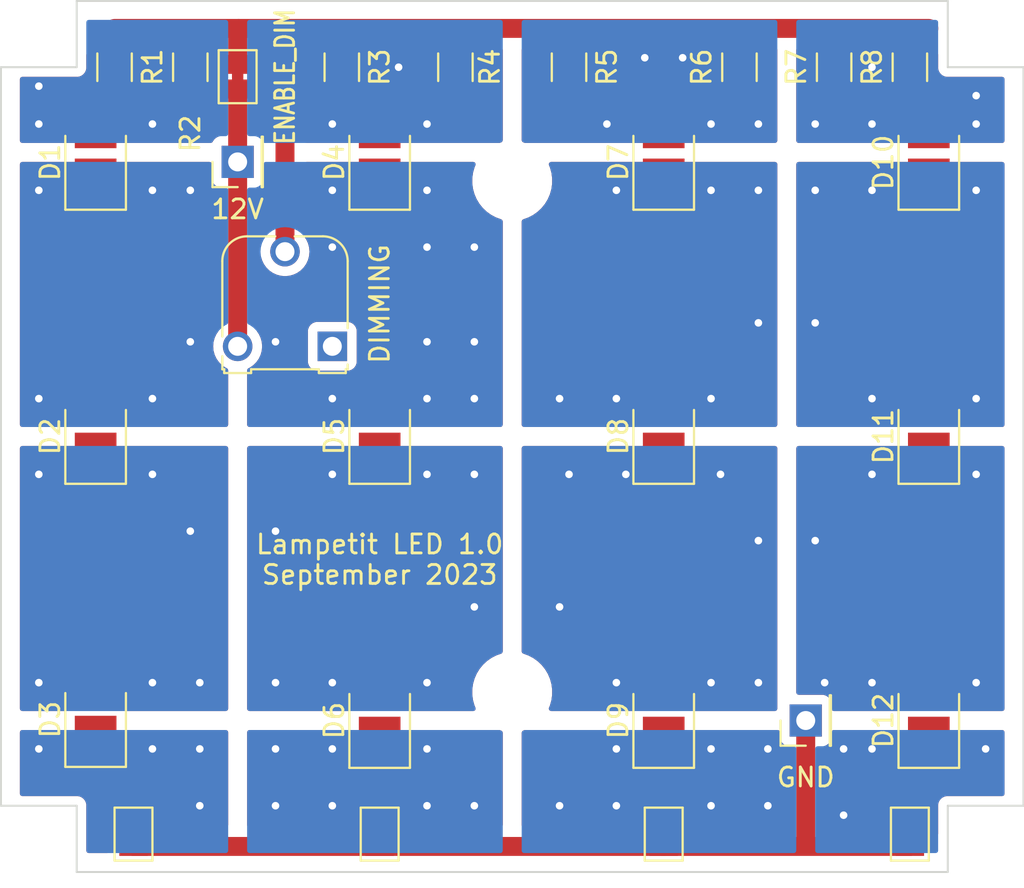
<source format=kicad_pcb>
(kicad_pcb (version 20211014) (generator pcbnew)
  (layers (0 "F.Cu" signal) (31 "B.Cu" signal) (34 "B.Paste" user) (35 "F.Paste" user) (36 "B.SilkS" user "B.Silkscreen") (37 "F.SilkS" user "F.Silkscreen") (38 "B.Mask" user) (39 "F.Mask" user) (44 "Edge.Cuts" user))
  (net 0 "")
  (net 1 "+12V")
  (net 2 "GND")
  (net 3 "Net-(JP1-Pad1)")
  (net 4 "/L1_1")
  (net 5 "/L1_2")
  (net 6 "/L2_2")
  (net 7 "/L1_3")
  (net 8 "/L2_1")
  (net 9 "/L2_3")
  (net 10 "/L3_1")
  (net 11 "/L3_2")
  (net 12 "/L3_3")
  (net 13 "/L4_1")
  (net 14 "/L4_2")
  (net 15 "/L4_3")
  (net 16 "/L1_0")
  (net 17 "/L2_0")
  (net 18 "/L3_0")
  (net 19 "/L4_0")
  (footprint "Potentiometer_THT:Potentiometer_Runtron_RM-065_Vertical" (layer "F.Cu") (at 119.1 69.04 180)
    (fp_text reference "RV1")
    (fp_text value "DIMMING" (at -2.5 2.24 90) (layer "F.SilkS"))
    (fp_line (start 4.29 -1.41) (end 5.71 -1.41) (layer "F.SilkS") (width 0.12))
    (fp_line (start 5.81 -1.21) (end 5.81 -0.52) (layer "F.SilkS") (width 0.12))
    (fp_line (start 0.71 -1.21) (end 0.71 -1.41) (layer "F.SilkS") (width 0.12))
    (fp_line (start 0.71 -1.21) (end 4.29 -1.21) (layer "F.SilkS") (width 0.12))
    (fp_line (start 5.71 -1.21) (end 5.81 -1.21) (layer "F.SilkS") (width 0.12))
    (fp_line (start -0.81 -1.21) (end -0.81 -0.96) (layer "F.SilkS") (width 0.12))
    (fp_line (start -0.71 -1.41) (end -0.71 -1.21) (layer "F.SilkS") (width 0.12))
    (fp_line (start -0.71 -1.21) (end -0.81 -1.21) (layer "F.SilkS") (width 0.12))
    (fp_line (start 5.71 -1.41) (end 5.71 -1.21) (layer "F.SilkS") (width 0.12))
    (fp_line (start 4.5 5.81) (end 3.01 5.81) (layer "F.SilkS") (width 0.12))
    (fp_line (start 5.81 0.52) (end 5.81 4.5) (layer "F.SilkS") (width 0.12))
    (fp_line (start -0.71 -1.41) (end 0.71 -1.41) (layer "F.SilkS") (width 0.12))
    (fp_line (start 4.29 -1.21) (end 4.29 -1.41) (layer "F.SilkS") (width 0.12))
    (fp_line (start -0.81 4.5) (end -0.81 0.96) (layer "F.SilkS") (width 0.12))
    (fp_line (start 1.99 5.81) (end 0.5 5.81) (layer "F.SilkS") (width 0.12))
    (fp_arc (start 0.5 5.81) (mid -0.42631 5.42631) (end -0.81 4.5) (layer "F.SilkS") (width 0.12))
    (fp_arc (start 5.81 4.5) (mid 5.42631 5.42631) (end 4.5 5.81) (layer "F.SilkS") (width 0.12))
    (pad "1" thru_hole rect (at 0 0 180) (size 1.56 1.56) (drill 1) (layers *.Cu *.Mask))
    (pad "2" thru_hole circle (at 2.5 5 180) (size 1.56 1.56) (drill 1) (layers *.Cu *.Mask) (net 3 "Net-(JP1-Pad1)"))
    (pad "3" thru_hole circle (at 5 0 180) (size 1.56 1.56) (drill 1) (layers *.Cu *.Mask) (net 1 "+12V"))
  )
  (footprint "Jumper:SolderJumper-2_P1.3mm_Bridged_Pad1.0x1.5mm" (layer "F.Cu") (at 121.6 94.8 -90)
    (fp_text reference "JP3")
    (fp_text value "LED2_D")
    (fp_poly (pts (xy -0.25 -0.3) (xy 0.25 -0.3) (xy 0.25 0.3) (xy -0.25 0.3)) (layer "F.Cu") (width 0) (fill solid))
    (fp_line (start -1.4 1) (end -1.4 -1) (layer "F.SilkS") (width 0.12))
    (fp_line (start 1.4 -1) (end 1.4 1) (layer "F.SilkS") (width 0.12))
    (fp_line (start 1.4 1) (end -1.4 1) (layer "F.SilkS") (width 0.12))
    (fp_line (start -1.4 -1) (end 1.4 -1) (layer "F.SilkS") (width 0.12))
    (pad "1" smd rect (at -0.65 0 270) (size 1 1.5) (layers "F.Cu" "F.Mask") (net 9 "/L2_3"))
    (pad "2" smd rect (at 0.65 0 270) (size 1 1.5) (layers "F.Cu" "F.Mask") (net 2 "GND"))
  )
  (footprint "Resistor_SMD:R_1206_3216Metric_Pad1.30x1.75mm_HandSolder" (layer "F.Cu") (at 131.6 54.3 -90)
    (fp_text reference "R5" (at 0 -2 90) (layer "F.SilkS"))
    (fp_text value "110")
    (fp_line (start -0.727064 -0.91) (end 0.727064 -0.91) (layer "F.SilkS") (width 0.12))
    (fp_line (start -0.727064 0.91) (end 0.727064 0.91) (layer "F.SilkS") (width 0.12))
    (pad "1" smd roundrect (at -1.55 0 270) (size 1.3 1.75) (layers "F.Cu" "F.Paste" "F.Mask") (roundrect_rratio 0.192308) (net 3 "Net-(JP1-Pad1)"))
    (pad "2" smd roundrect (at 1.55 0 270) (size 1.3 1.75) (layers "F.Cu" "F.Paste" "F.Mask") (roundrect_rratio 0.192308) (net 18 "/L3_0"))
  )
  (footprint "LED_SMD:LED_PLCC_2835_Handsoldering" (layer "F.Cu") (at 121.6 88.8 90)
    (fp_text reference "D6" (at 0 -2.4 90) (layer "F.SilkS"))
    (fp_text value "LED")
    (fp_line (start 1.4 1.6) (end -2.5 1.6) (layer "F.SilkS") (width 0.12))
    (fp_line (start -2.5 -1.6) (end -2.5 1.6) (layer "F.SilkS") (width 0.12))
    (fp_line (start 1.4 -1.6) (end -2.5 -1.6) (layer "F.SilkS") (width 0.12))
    (pad "1" smd rect (at -1.05 0 90) (size 2.5 2.2) (layers "F.Cu" "F.Paste" "F.Mask") (net 9 "/L2_3"))
    (pad "2" smd rect (at 1.525 0 90) (size 1.55 2.2) (layers "F.Cu" "F.Paste" "F.Mask") (net 6 "/L2_2"))
  )
  (footprint "MountingHole:MountingHole_3.2mm_M3" (layer "F.Cu") (at 128.6 60.3)
    (fp_text reference "REF**")
    (fp_text value "MountingHole_3.2mm_M3")
    (pad "" np_thru_hole circle (at 0 0) (size 3.2 3.2) (drill 3.2) (layers *.Cu *.Mask))
  )
  (footprint "Resistor_SMD:R_1206_3216Metric_Pad1.30x1.75mm_HandSolder" (layer "F.Cu") (at 145.6 54.3 -90)
    (fp_text reference "R7" (at 0 2 90) (layer "F.SilkS"))
    (fp_text value "110")
    (fp_line (start -0.727064 0.91) (end 0.727064 0.91) (layer "F.SilkS") (width 0.12))
    (fp_line (start -0.727064 -0.91) (end 0.727064 -0.91) (layer "F.SilkS") (width 0.12))
    (pad "1" smd roundrect (at -1.55 0 270) (size 1.3 1.75) (layers "F.Cu" "F.Paste" "F.Mask") (roundrect_rratio 0.192308) (net 3 "Net-(JP1-Pad1)"))
    (pad "2" smd roundrect (at 1.55 0 270) (size 1.3 1.75) (layers "F.Cu" "F.Paste" "F.Mask") (roundrect_rratio 0.192308) (net 19 "/L4_0"))
  )
  (footprint "Jumper:SolderJumper-2_P1.3mm_Bridged_Pad1.0x1.5mm" (layer "F.Cu") (at 108.6 94.8 -90)
    (fp_text reference "JP2")
    (fp_text value "LED1_D")
    (fp_poly (pts (xy -0.25 -0.3) (xy 0.25 -0.3) (xy 0.25 0.3) (xy -0.25 0.3)) (layer "F.Cu") (width 0) (fill solid))
    (fp_line (start -1.4 1) (end -1.4 -1) (layer "F.SilkS") (width 0.12))
    (fp_line (start -1.4 -1) (end 1.4 -1) (layer "F.SilkS") (width 0.12))
    (fp_line (start 1.4 1) (end -1.4 1) (layer "F.SilkS") (width 0.12))
    (fp_line (start 1.4 -1) (end 1.4 1) (layer "F.SilkS") (width 0.12))
    (pad "1" smd rect (at -0.65 0 270) (size 1 1.5) (layers "F.Cu" "F.Mask") (net 7 "/L1_3"))
    (pad "2" smd rect (at 0.65 0 270) (size 1 1.5) (layers "F.Cu" "F.Mask") (net 2 "GND"))
  )
  (footprint "LED_SMD:LED_PLCC_2835_Handsoldering" (layer "F.Cu") (at 150.6 73.8 90)
    (fp_text reference "D11" (at 0 -2.4 90) (layer "F.SilkS"))
    (fp_text value "LED")
    (fp_line (start 1.4 1.6) (end -2.5 1.6) (layer "F.SilkS") (width 0.12))
    (fp_line (start -2.5 -1.6) (end -2.5 1.6) (layer "F.SilkS") (width 0.12))
    (fp_line (start 1.4 -1.6) (end -2.5 -1.6) (layer "F.SilkS") (width 0.12))
    (pad "1" smd rect (at -1.05 0 90) (size 2.5 2.2) (layers "F.Cu" "F.Paste" "F.Mask") (net 14 "/L4_2"))
    (pad "2" smd rect (at 1.525 0 90) (size 1.55 2.2) (layers "F.Cu" "F.Paste" "F.Mask") (net 13 "/L4_1"))
  )
  (footprint "Resistor_SMD:R_1206_3216Metric_Pad1.30x1.75mm_HandSolder" (layer "F.Cu") (at 149.6 54.3 -90)
    (fp_text reference "R8" (at 0 2 90) (layer "F.SilkS"))
    (fp_text value "110")
    (fp_line (start -0.727064 0.91) (end 0.727064 0.91) (layer "F.SilkS") (width 0.12))
    (fp_line (start -0.727064 -0.91) (end 0.727064 -0.91) (layer "F.SilkS") (width 0.12))
    (pad "1" smd roundrect (at -1.55 0 270) (size 1.3 1.75) (layers "F.Cu" "F.Paste" "F.Mask") (roundrect_rratio 0.192308) (net 3 "Net-(JP1-Pad1)"))
    (pad "2" smd roundrect (at 1.55 0 270) (size 1.3 1.75) (layers "F.Cu" "F.Paste" "F.Mask") (roundrect_rratio 0.192308) (net 19 "/L4_0"))
  )
  (footprint "Resistor_SMD:R_1206_3216Metric_Pad1.30x1.75mm_HandSolder" (layer "F.Cu") (at 119.6 54.3 -90)
    (fp_text reference "R3" (at 0 -2 90) (layer "F.SilkS"))
    (fp_text value "110")
    (fp_line (start -0.727064 0.91) (end 0.727064 0.91) (layer "F.SilkS") (width 0.12))
    (fp_line (start -0.727064 -0.91) (end 0.727064 -0.91) (layer "F.SilkS") (width 0.12))
    (pad "1" smd roundrect (at -1.55 0 270) (size 1.3 1.75) (layers "F.Cu" "F.Paste" "F.Mask") (roundrect_rratio 0.192308) (net 3 "Net-(JP1-Pad1)"))
    (pad "2" smd roundrect (at 1.55 0 270) (size 1.3 1.75) (layers "F.Cu" "F.Paste" "F.Mask") (roundrect_rratio 0.192308) (net 17 "/L2_0"))
  )
  (footprint "LED_SMD:LED_PLCC_2835_Handsoldering" (layer "F.Cu") (at 121.6 59.325 90)
    (fp_text reference "D4" (at 0 -2.4 90) (layer "F.SilkS"))
    (fp_text value "LED")
    (fp_line (start 1.4 1.6) (end -2.5 1.6) (layer "F.SilkS") (width 0.12))
    (fp_line (start 1.4 -1.6) (end -2.5 -1.6) (layer "F.SilkS") (width 0.12))
    (fp_line (start -2.5 -1.6) (end -2.5 1.6) (layer "F.SilkS") (width 0.12))
    (pad "1" smd rect (at -1.05 0 90) (size 2.5 2.2) (layers "F.Cu" "F.Paste" "F.Mask") (net 8 "/L2_1"))
    (pad "2" smd rect (at 1.525 0 90) (size 1.55 2.2) (layers "F.Cu" "F.Paste" "F.Mask") (net 17 "/L2_0"))
  )
  (footprint "LED_SMD:LED_PLCC_2835_Handsoldering" (layer "F.Cu") (at 106.6 73.8 90)
    (fp_text reference "D2" (at 0 -2.4 90) (layer "F.SilkS"))
    (fp_text value "LED")
    (fp_line (start -2.5 -1.6) (end -2.5 1.6) (layer "F.SilkS") (width 0.12))
    (fp_line (start 1.4 -1.6) (end -2.5 -1.6) (layer "F.SilkS") (width 0.12))
    (fp_line (start 1.4 1.6) (end -2.5 1.6) (layer "F.SilkS") (width 0.12))
    (pad "1" smd rect (at -1.05 0 90) (size 2.5 2.2) (layers "F.Cu" "F.Paste" "F.Mask") (net 5 "/L1_2"))
    (pad "2" smd rect (at 1.525 0 90) (size 1.55 2.2) (layers "F.Cu" "F.Paste" "F.Mask") (net 4 "/L1_1"))
  )
  (footprint "LED_SMD:LED_PLCC_2835_Handsoldering" (layer "F.Cu") (at 121.6 73.8 90)
    (fp_text reference "D5" (at 0 -2.4 90) (layer "F.SilkS"))
    (fp_text value "LED")
    (fp_line (start 1.4 1.6) (end -2.5 1.6) (layer "F.SilkS") (width 0.12))
    (fp_line (start -2.5 -1.6) (end -2.5 1.6) (layer "F.SilkS") (width 0.12))
    (fp_line (start 1.4 -1.6) (end -2.5 -1.6) (layer "F.SilkS") (width 0.12))
    (pad "1" smd rect (at -1.05 0 90) (size 2.5 2.2) (layers "F.Cu" "F.Paste" "F.Mask") (net 6 "/L2_2"))
    (pad "2" smd rect (at 1.525 0 90) (size 1.55 2.2) (layers "F.Cu" "F.Paste" "F.Mask") (net 8 "/L2_1"))
  )
  (footprint "Jumper:SolderJumper-2_P1.3mm_Bridged_Pad1.0x1.5mm" (layer "F.Cu") (at 149.6 94.8 -90)
    (fp_text reference "JP5")
    (fp_text value "LED4_D")
    (fp_poly (pts (xy -0.25 -0.3) (xy 0.25 -0.3) (xy 0.25 0.3) (xy -0.25 0.3)) (layer "F.Cu") (width 0) (fill solid))
    (fp_line (start -1.4 1) (end -1.4 -1) (layer "F.SilkS") (width 0.12))
    (fp_line (start 1.4 1) (end -1.4 1) (layer "F.SilkS") (width 0.12))
    (fp_line (start -1.4 -1) (end 1.4 -1) (layer "F.SilkS") (width 0.12))
    (fp_line (start 1.4 -1) (end 1.4 1) (layer "F.SilkS") (width 0.12))
    (pad "1" smd rect (at -0.65 0 270) (size 1 1.5) (layers "F.Cu" "F.Mask") (net 15 "/L4_3"))
    (pad "2" smd rect (at 0.65 0 270) (size 1 1.5) (layers "F.Cu" "F.Mask") (net 2 "GND"))
  )
  (footprint "LED_SMD:LED_PLCC_2835_Handsoldering" (layer "F.Cu") (at 136.6 88.8 90)
    (fp_text reference "D9" (at 0 -2.4 90) (layer "F.SilkS"))
    (fp_text value "LED")
    (fp_line (start 1.4 -1.6) (end -2.5 -1.6) (layer "F.SilkS") (width 0.12))
    (fp_line (start 1.4 1.6) (end -2.5 1.6) (layer "F.SilkS") (width 0.12))
    (fp_line (start -2.5 -1.6) (end -2.5 1.6) (layer "F.SilkS") (width 0.12))
    (pad "1" smd rect (at -1.05 0 90) (size 2.5 2.2) (layers "F.Cu" "F.Paste" "F.Mask") (net 12 "/L3_3"))
    (pad "2" smd rect (at 1.525 0 90) (size 1.55 2.2) (layers "F.Cu" "F.Paste" "F.Mask") (net 11 "/L3_2"))
  )
  (footprint "Connector_PinHeader_2.54mm:PinHeader_1x01_P2.54mm_Vertical" (layer "F.Cu") (at 144.1 88.8 90)
    (fp_text reference "J2")
    (fp_text value "GND" (at -3 0 180) (layer "F.SilkS"))
    (fp_line (start -1.33 1.27) (end -1.33 1.33) (layer "F.SilkS") (width 0.12))
    (fp_line (start -1.33 0) (end -1.33 -1.33) (layer "F.SilkS") (width 0.12))
    (fp_line (start 1.33 1.27) (end 1.33 1.33) (layer "F.SilkS") (width 0.12))
    (fp_line (start -1.33 1.33) (end 1.33 1.33) (layer "F.SilkS") (width 0.12))
    (fp_line (start -1.33 1.27) (end 1.33 1.27) (layer "F.SilkS") (width 0.12))
    (fp_line (start -1.33 -1.33) (end 0 -1.33) (layer "F.SilkS") (width 0.12))
    (pad "1" thru_hole rect (at 0 0 90) (size 1.7 1.7) (drill 1) (layers *.Cu *.Mask) (net 2 "GND"))
  )
  (footprint "Connector_PinHeader_2.54mm:PinHeader_1x01_P2.54mm_Vertical" (layer "F.Cu") (at 114.1 59.3 90)
    (fp_text reference "J1")
    (fp_text value "12V" (at -2.5 0 180) (layer "F.SilkS"))
    (fp_line (start 1.33 1.27) (end 1.33 1.33) (layer "F.SilkS") (width 0.12))
    (fp_line (start -1.33 1.27) (end 1.33 1.27) (layer "F.SilkS") (width 0.12))
    (fp_line (start -1.33 1.33) (end 1.33 1.33) (layer "F.SilkS") (width 0.12))
    (fp_line (start -1.33 -1.33) (end 0 -1.33) (layer "F.SilkS") (width 0.12))
    (fp_line (start -1.33 0) (end -1.33 -1.33) (layer "F.SilkS") (width 0.12))
    (fp_line (start -1.33 1.27) (end -1.33 1.33) (layer "F.SilkS") (width 0.12))
    (pad "1" thru_hole rect (at 0 0 90) (size 1.7 1.7) (drill 1) (layers *.Cu *.Mask) (net 1 "+12V"))
  )
  (footprint "Resistor_SMD:R_1206_3216Metric_Pad1.30x1.75mm_HandSolder" (layer "F.Cu") (at 107.6 54.3 -90)
    (fp_text reference "R1" (at 0 -2 90) (layer "F.SilkS"))
    (fp_text value "110")
    (fp_line (start -0.727064 -0.91) (end 0.727064 -0.91) (layer "F.SilkS") (width 0.12))
    (fp_line (start -0.727064 0.91) (end 0.727064 0.91) (layer "F.SilkS") (width 0.12))
    (pad "1" smd roundrect (at -1.55 0 270) (size 1.3 1.75) (layers "F.Cu" "F.Paste" "F.Mask") (roundrect_rratio 0.192308) (net 3 "Net-(JP1-Pad1)"))
    (pad "2" smd roundrect (at 1.55 0 270) (size 1.3 1.75) (layers "F.Cu" "F.Paste" "F.Mask") (roundrect_rratio 0.192308) (net 16 "/L1_0"))
  )
  (footprint "LED_SMD:LED_PLCC_2835_Handsoldering" (layer "F.Cu") (at 106.6 88.75 90)
    (fp_text reference "D3" (at 0 -2.4 90) (layer "F.SilkS"))
    (fp_text value "LED")
    (fp_line (start 1.4 -1.6) (end -2.5 -1.6) (layer "F.SilkS") (width 0.12))
    (fp_line (start 1.4 1.6) (end -2.5 1.6) (layer "F.SilkS") (width 0.12))
    (fp_line (start -2.5 -1.6) (end -2.5 1.6) (layer "F.SilkS") (width 0.12))
    (pad "1" smd rect (at -1.05 0 90) (size 2.5 2.2) (layers "F.Cu" "F.Paste" "F.Mask") (net 7 "/L1_3"))
    (pad "2" smd rect (at 1.525 0 90) (size 1.55 2.2) (layers "F.Cu" "F.Paste" "F.Mask") (net 5 "/L1_2"))
  )
  (footprint "Resistor_SMD:R_1206_3216Metric_Pad1.30x1.75mm_HandSolder" (layer "F.Cu") (at 111.6 54.3 -90)
    (fp_text reference "R2" (at 3.5 0 -90) (layer "F.SilkS"))
    (fp_text value "110")
    (fp_line (start -0.727064 0.91) (end 0.727064 0.91) (layer "F.SilkS") (width 0.12))
    (fp_line (start -0.727064 -0.91) (end 0.727064 -0.91) (layer "F.SilkS") (width 0.12))
    (pad "1" smd roundrect (at -1.55 0 270) (size 1.3 1.75) (layers "F.Cu" "F.Paste" "F.Mask") (roundrect_rratio 0.192308) (net 3 "Net-(JP1-Pad1)"))
    (pad "2" smd roundrect (at 1.55 0 270) (size 1.3 1.75) (layers "F.Cu" "F.Paste" "F.Mask") (roundrect_rratio 0.192308) (net 16 "/L1_0"))
  )
  (footprint "LED_SMD:LED_PLCC_2835_Handsoldering" (layer "F.Cu") (at 150.6 59.325 90)
    (fp_text reference "D10" (at 0 -2.4 90) (layer "F.SilkS"))
    (fp_text value "LED")
    (fp_line (start 1.4 1.6) (end -2.5 1.6) (layer "F.SilkS") (width 0.12))
    (fp_line (start 1.4 -1.6) (end -2.5 -1.6) (layer "F.SilkS") (width 0.12))
    (fp_line (start -2.5 -1.6) (end -2.5 1.6) (layer "F.SilkS") (width 0.12))
    (pad "1" smd rect (at -1.05 0 90) (size 2.5 2.2) (layers "F.Cu" "F.Paste" "F.Mask") (net 13 "/L4_1"))
    (pad "2" smd rect (at 1.525 0 90) (size 1.55 2.2) (layers "F.Cu" "F.Paste" "F.Mask") (net 19 "/L4_0"))
  )
  (footprint "LED_SMD:LED_PLCC_2835_Handsoldering" (layer "F.Cu") (at 136.6 73.8 90)
    (fp_text reference "D8" (at 0 -2.4 90) (layer "F.SilkS"))
    (fp_text value "LED")
    (fp_line (start 1.4 -1.6) (end -2.5 -1.6) (layer "F.SilkS") (width 0.12))
    (fp_line (start 1.4 1.6) (end -2.5 1.6) (layer "F.SilkS") (width 0.12))
    (fp_line (start -2.5 -1.6) (end -2.5 1.6) (layer "F.SilkS") (width 0.12))
    (pad "1" smd rect (at -1.05 0 90) (size 2.5 2.2) (layers "F.Cu" "F.Paste" "F.Mask") (net 11 "/L3_2"))
    (pad "2" smd rect (at 1.525 0 90) (size 1.55 2.2) (layers "F.Cu" "F.Paste" "F.Mask") (net 10 "/L3_1"))
  )
  (footprint "LED_SMD:LED_PLCC_2835_Handsoldering" (layer "F.Cu") (at 150.6 88.8 90)
    (fp_text reference "D12" (at 0 -2.4 90) (layer "F.SilkS"))
    (fp_text value "LED")
    (fp_line (start 1.4 1.6) (end -2.5 1.6) (layer "F.SilkS") (width 0.12))
    (fp_line (start -2.5 -1.6) (end -2.5 1.6) (layer "F.SilkS") (width 0.12))
    (fp_line (start 1.4 -1.6) (end -2.5 -1.6) (layer "F.SilkS") (width 0.12))
    (pad "1" smd rect (at -1.05 0 90) (size 2.5 2.2) (layers "F.Cu" "F.Paste" "F.Mask") (net 15 "/L4_3"))
    (pad "2" smd rect (at 1.525 0 90) (size 1.55 2.2) (layers "F.Cu" "F.Paste" "F.Mask") (net 14 "/L4_2"))
  )
  (footprint "Jumper:SolderJumper-2_P1.3mm_Bridged_Pad1.0x1.5mm" (layer "F.Cu") (at 136.6 94.8 -90)
    (fp_text reference "JP4")
    (fp_text value "LED3_D")
    (fp_poly (pts (xy -0.25 -0.3) (xy 0.25 -0.3) (xy 0.25 0.3) (xy -0.25 0.3)) (layer "F.Cu") (width 0) (fill solid))
    (fp_line (start -1.4 -1) (end 1.4 -1) (layer "F.SilkS") (width 0.12))
    (fp_line (start 1.4 1) (end -1.4 1) (layer "F.SilkS") (width 0.12))
    (fp_line (start -1.4 1) (end -1.4 -1) (layer "F.SilkS") (width 0.12))
    (fp_line (start 1.4 -1) (end 1.4 1) (layer "F.SilkS") (width 0.12))
    (pad "1" smd rect (at -0.65 0 270) (size 1 1.5) (layers "F.Cu" "F.Mask") (net 12 "/L3_3"))
    (pad "2" smd rect (at 0.65 0 270) (size 1 1.5) (layers "F.Cu" "F.Mask") (net 2 "GND"))
  )
  (footprint "Jumper:SolderJumper-2_P1.3mm_Bridged_Pad1.0x1.5mm" (layer "F.Cu") (at 114.1 54.8 -90)
    (fp_text reference "JP1")
    (fp_text value "ENABLE_DIM" (at 0 -2.5 -90) (layer "F.SilkS") (effects (font (size 1 0.8))))
    (fp_poly (pts (xy -0.25 -0.3) (xy 0.25 -0.3) (xy 0.25 0.3) (xy -0.25 0.3)) (layer "F.Cu") (width 0) (fill solid))
    (fp_line (start -1.4 1) (end -1.4 -1) (layer "F.SilkS") (width 0.12))
    (fp_line (start 1.4 1) (end -1.4 1) (layer "F.SilkS") (width 0.12))
    (fp_line (start 1.4 -1) (end 1.4 1) (layer "F.SilkS") (width 0.12))
    (fp_line (start -1.4 -1) (end 1.4 -1) (layer "F.SilkS") (width 0.12))
    (pad "1" smd rect (at -0.65 0 270) (size 1 1.5) (layers "F.Cu" "F.Mask") (net 3 "Net-(JP1-Pad1)"))
    (pad "2" smd rect (at 0.65 0 270) (size 1 1.5) (layers "F.Cu" "F.Mask") (net 1 "+12V"))
  )
  (footprint "Resistor_SMD:R_1206_3216Metric_Pad1.30x1.75mm_HandSolder" (layer "F.Cu") (at 125.6 54.3 -90)
    (fp_text reference "R4" (at 0 -1.82 90) (layer "F.SilkS"))
    (fp_text value "110")
    (fp_line (start -0.727064 0.91) (end 0.727064 0.91) (layer "F.SilkS") (width 0.12))
    (fp_line (start -0.727064 -0.91) (end 0.727064 -0.91) (layer "F.SilkS") (width 0.12))
    (pad "1" smd roundrect (at -1.55 0 270) (size 1.3 1.75) (layers "F.Cu" "F.Paste" "F.Mask") (roundrect_rratio 0.192308) (net 3 "Net-(JP1-Pad1)"))
    (pad "2" smd roundrect (at 1.55 0 270) (size 1.3 1.75) (layers "F.Cu" "F.Paste" "F.Mask") (roundrect_rratio 0.192308) (net 17 "/L2_0"))
  )
  (footprint "LED_SMD:LED_PLCC_2835_Handsoldering" (layer "F.Cu") (at 136.6 59.325 90)
    (fp_text reference "D7" (at 0 -2.4 90) (layer "F.SilkS"))
    (fp_text value "LED")
    (fp_line (start 1.4 -1.6) (end -2.5 -1.6) (layer "F.SilkS") (width 0.12))
    (fp_line (start 1.4 1.6) (end -2.5 1.6) (layer "F.SilkS") (width 0.12))
    (fp_line (start -2.5 -1.6) (end -2.5 1.6) (layer "F.SilkS") (width 0.12))
    (pad "1" smd rect (at -1.05 0 90) (size 2.5 2.2) (layers "F.Cu" "F.Paste" "F.Mask") (net 10 "/L3_1"))
    (pad "2" smd rect (at 1.525 0 90) (size 1.55 2.2) (layers "F.Cu" "F.Paste" "F.Mask") (net 18 "/L3_0"))
  )
  (footprint "MountingHole:MountingHole_3.2mm_M3" (layer "F.Cu") (at 128.6 87.3)
    (fp_text reference "REF**")
    (fp_text value "MountingHole_3.2mm_M3")
    (pad "" np_thru_hole circle (at 0 0) (size 3.2 3.2) (drill 3.2) (layers *.Cu *.Mask))
  )
  (footprint "LED_SMD:LED_PLCC_2835_Handsoldering" (layer "F.Cu") (at 106.6 59.325 90)
    (fp_text reference "D1" (at 0 -2.4 90) (layer "F.SilkS"))
    (fp_text value "LED")
    (fp_line (start -2.5 -1.6) (end -2.5 1.6) (layer "F.SilkS") (width 0.12))
    (fp_line (start 1.4 -1.6) (end -2.5 -1.6) (layer "F.SilkS") (width 0.12))
    (fp_line (start 1.4 1.6) (end -2.5 1.6) (layer "F.SilkS") (width 0.12))
    (pad "1" smd rect (at -1.05 0 90) (size 2.5 2.2) (layers "F.Cu" "F.Paste" "F.Mask") (net 4 "/L1_1"))
    (pad "2" smd rect (at 1.525 0 90) (size 1.55 2.2) (layers "F.Cu" "F.Paste" "F.Mask") (net 16 "/L1_0"))
  )
  (footprint "Resistor_SMD:R_1206_3216Metric_Pad1.30x1.75mm_HandSolder" (layer "F.Cu") (at 140.6 54.3 -90)
    (fp_text reference "R6" (at 0 2 90) (layer "F.SilkS"))
    (fp_text value "110")
    (fp_line (start -0.727064 0.91) (end 0.727064 0.91) (layer "F.SilkS") (width 0.12))
    (fp_line (start -0.727064 -0.91) (end 0.727064 -0.91) (layer "F.SilkS") (width 0.12))
    (pad "1" smd roundrect (at -1.55 0 270) (size 1.3 1.75) (layers "F.Cu" "F.Paste" "F.Mask") (roundrect_rratio 0.192308) (net 3 "Net-(JP1-Pad1)"))
    (pad "2" smd roundrect (at 1.55 0 270) (size 1.3 1.75) (layers "F.Cu" "F.Paste" "F.Mask") (roundrect_rratio 0.192308) (net 18 "/L3_0"))
  )
  (gr_line (start 101.6 93.3) (end 101.6 54.3) (layer "Edge.Cuts") (width 0.1))
  (gr_line (start 151.6 93.3) (end 151.6 96.8) (layer "Edge.Cuts") (width 0.1))
  (gr_line (start 105.6 54.3) (end 101.6 54.3) (layer "Edge.Cuts") (width 0.1))
  (gr_line (start 151.6 50.8) (end 151.6 54.3) (layer "Edge.Cuts") (width 0.1))
  (gr_line (start 155.6 93.3) (end 151.6 93.3) (layer "Edge.Cuts") (width 0.1))
  (gr_line (start 105.6 50.8) (end 105.6 54.3) (layer "Edge.Cuts") (width 0.1))
  (gr_line (start 101.6 93.3) (end 105.6 93.3) (layer "Edge.Cuts") (width 0.1))
  (gr_line (start 151.6 54.3) (end 155.6 54.3) (layer "Edge.Cuts") (width 0.1))
  (gr_line (start 155.6 54.3) (end 155.6 93.3) (layer "Edge.Cuts") (width 0.1))
  (gr_line (start 105.6 50.8) (end 151.6 50.8) (layer "Edge.Cuts") (width 0.1))
  (gr_line (start 151.6 96.8) (end 105.6 96.8) (layer "Edge.Cuts") (width 0.1))
  (gr_line (start 105.6 93.3) (end 105.6 96.8) (layer "Edge.Cuts") (width 0.1))
  (gr_text "Lampetit LED 1.0\nSeptember 2023" (at 121.6 80.3) (layer "F.SilkS") (effects (font (size 1 1))))
  (segment (start 114.1 69.04) (end 114.1 59.3) (width 1) (layer "F.Cu") (net 1))
  (segment (start 114.1 59.3) (end 114.1 55.45) (width 1) (layer "F.Cu") (net 1))
  (segment (start 136.6 95.45) (end 149.6 95.45) (width 1) (layer "F.Cu") (net 2))
  (segment (start 108.6 95.45) (end 136.6 95.45) (width 1) (layer "F.Cu") (net 2))
  (segment (start 144.1 89.3) (end 144.1 95.3) (width 1) (layer "F.Cu") (net 2))
  (segment (start 116.6 64.04) (end 116.6 52.3) (width 1) (layer "F.Cu") (net 3))
  (segment (start 114.15 52.25) (end 116.55 52.25) (width 1) (layer "F.Cu") (net 3))
  (segment (start 116.6 52.3) (end 116.55 52.25) (width 0.25) (layer "F.Cu") (net 3))
  (segment (start 107.6 52.25) (end 114.15 52.25) (width 1) (layer "F.Cu") (net 3))
  (segment (start 114.1 54.15) (end 114.1 52.3) (width 1) (layer "F.Cu") (net 3))
  (segment (start 114.1 52.3) (end 114.15 52.25) (width 0.25) (layer "F.Cu") (net 3))
  (segment (start 116.55 52.25) (end 150.6 52.25) (width 1) (layer "F.Cu") (net 3))
  (via (at 103.6 60.8) (size 0.8) (drill 0.4) (layers "F.Cu" "B.Cu") (net 4))
  (via (at 103.6 71.8) (size 0.8) (drill 0.4) (layers "F.Cu" "B.Cu") (net 4))
  (via (at 109.6 71.8) (size 0.8) (drill 0.4) (layers "F.Cu" "B.Cu") (net 4))
  (via (at 109.6 60.8) (size 0.8) (drill 0.4) (layers "F.Cu" "B.Cu") (net 4))
  (via (at 111.6 60.8) (size 0.8) (drill 0.4) (layers "F.Cu" "B.Cu") (net 4))
  (via (at 111.6 68.8) (size 0.8) (drill 0.4) (layers "F.Cu" "B.Cu") (net 4))
  (via (at 112.1 86.8) (size 0.8) (drill 0.4) (layers "F.Cu" "B.Cu") (net 5))
  (via (at 103.6 75.8) (size 0.8) (drill 0.4) (layers "F.Cu" "B.Cu") (net 5))
  (via (at 109.6 86.8) (size 0.8) (drill 0.4) (layers "F.Cu" "B.Cu") (net 5))
  (via (at 103.6 86.8) (size 0.8) (drill 0.4) (layers "F.Cu" "B.Cu") (net 5))
  (via (at 109.6 75.8) (size 0.8) (drill 0.4) (layers "F.Cu" "B.Cu") (net 5))
  (via (at 111.6 78.8) (size 0.8) (drill 0.4) (layers "F.Cu" "B.Cu") (net 5))
  (via (at 126.6 82.8) (size 0.8) (drill 0.4) (layers "F.Cu" "B.Cu") (net 6))
  (via (at 119.1 75.8) (size 0.8) (drill 0.4) (layers "F.Cu" "B.Cu") (net 6))
  (via (at 116.1 78.8) (size 0.8) (drill 0.4) (layers "F.Cu" "B.Cu") (net 6))
  (via (at 116.1 86.8) (size 0.8) (drill 0.4) (layers "F.Cu" "B.Cu") (net 6))
  (via (at 124.1 75.8) (size 0.8) (drill 0.4) (layers "F.Cu" "B.Cu") (net 6))
  (via (at 124.1 86.8) (size 0.8) (drill 0.4) (layers "F.Cu" "B.Cu") (net 6))
  (via (at 119.1 86.8) (size 0.8) (drill 0.4) (layers "F.Cu" "B.Cu") (net 6))
  (via (at 126.6 75.8) (size 0.8) (drill 0.4) (layers "F.Cu" "B.Cu") (net 6))
  (via (at 112.1 93.3) (size 0.8) (drill 0.4) (layers "F.Cu" "B.Cu") (net 7))
  (via (at 112.1 90.3) (size 0.8) (drill 0.4) (layers "F.Cu" "B.Cu") (net 7))
  (via (at 103.6 90.3) (size 0.8) (drill 0.4) (layers "F.Cu" "B.Cu") (net 7))
  (via (at 109.6 90.3) (size 0.8) (drill 0.4) (layers "F.Cu" "B.Cu") (net 7))
  (via (at 126.6 68.8) (size 0.8) (drill 0.4) (layers "F.Cu" "B.Cu") (net 8))
  (via (at 119.1 71.8) (size 0.8) (drill 0.4) (layers "F.Cu" "B.Cu") (net 8))
  (via (at 119.1 63.8) (size 0.8) (drill 0.4) (layers "F.Cu" "B.Cu") (net 8))
  (via (at 126.6 71.8) (size 0.8) (drill 0.4) (layers "F.Cu" "B.Cu") (net 8))
  (via (at 124.1 60.8) (size 0.8) (drill 0.4) (layers "F.Cu" "B.Cu") (net 8))
  (via (at 124.1 71.8) (size 0.8) (drill 0.4) (layers "F.Cu" "B.Cu") (net 8))
  (via (at 119.1 60.8) (size 0.8) (drill 0.4) (layers "F.Cu" "B.Cu") (net 8))
  (via (at 124.1 63.8) (size 0.8) (drill 0.4) (layers "F.Cu" "B.Cu") (net 8))
  (via (at 116.1 68.8) (size 0.8) (drill 0.4) (layers "F.Cu" "B.Cu") (net 8))
  (via (at 126.6 63.8) (size 0.8) (drill 0.4) (layers "F.Cu" "B.Cu") (net 8))
  (via (at 124.1 68.8) (size 0.8) (drill 0.4) (layers "F.Cu" "B.Cu") (net 8))
  (via (at 119.1 93.3) (size 0.8) (drill 0.4) (layers "F.Cu" "B.Cu") (net 9))
  (via (at 126.6 93.3) (size 0.8) (drill 0.4) (layers "F.Cu" "B.Cu") (net 9))
  (via (at 124.1 93.3) (size 0.8) (drill 0.4) (layers "F.Cu" "B.Cu") (net 9))
  (via (at 124.1 90.3) (size 0.8) (drill 0.4) (layers "F.Cu" "B.Cu") (net 9))
  (via (at 116.1 90.3) (size 0.8) (drill 0.4) (layers "F.Cu" "B.Cu") (net 9))
  (via (at 119.1 90.3) (size 0.8) (drill 0.4) (layers "F.Cu" "B.Cu") (net 9))
  (via (at 116.1 93.3) (size 0.8) (drill 0.4) (layers "F.Cu" "B.Cu") (net 9))
  (via (at 134.1 71.8) (size 0.8) (drill 0.4) (layers "F.Cu" "B.Cu") (net 10))
  (via (at 139.1 60.8) (size 0.8) (drill 0.4) (layers "F.Cu" "B.Cu") (net 10))
  (via (at 141.6 67.8) (size 0.8) (drill 0.4) (layers "F.Cu" "B.Cu") (net 10))
  (via (at 131.1 71.8) (size 0.8) (drill 0.4) (layers "F.Cu" "B.Cu") (net 10))
  (via (at 134.1 60.8) (size 0.8) (drill 0.4) (layers "F.Cu" "B.Cu") (net 10))
  (via (at 139.1 71.8) (size 0.8) (drill 0.4) (layers "F.Cu" "B.Cu") (net 10))
  (via (at 141.6 60.8) (size 0.8) (drill 0.4) (layers "F.Cu" "B.Cu") (net 10))
  (via (at 141.6 79.3) (size 0.8) (drill 0.4) (layers "F.Cu" "B.Cu") (net 11))
  (via (at 141.6 86.8) (size 0.8) (drill 0.4) (layers "F.Cu" "B.Cu") (net 11))
  (via (at 134.1 86.8) (size 0.8) (drill 0.4) (layers "F.Cu" "B.Cu") (net 11))
  (via (at 139.6 75.8) (size 0.8) (drill 0.4) (layers "F.Cu" "B.Cu") (net 11))
  (via (at 131.6 75.8) (size 0.8) (drill 0.4) (layers "F.Cu" "B.Cu") (net 11))
  (via (at 131.1 82.8) (size 0.8) (drill 0.4) (layers "F.Cu" "B.Cu") (net 11))
  (via (at 139.1 86.8) (size 0.8) (drill 0.4) (layers "F.Cu" "B.Cu") (net 11))
  (via (at 134.6 75.8) (size 0.8) (drill 0.4) (layers "F.Cu" "B.Cu") (net 11))
  (via (at 134.1 93.3) (size 0.8) (drill 0.4) (layers "F.Cu" "B.Cu") (net 12))
  (via (at 142.1 90.3) (size 0.8) (drill 0.4) (layers "F.Cu" "B.Cu") (net 12))
  (via (at 142.1 93.3) (size 0.8) (drill 0.4) (layers "F.Cu" "B.Cu") (net 12))
  (via (at 131.1 93.3) (size 0.8) (drill 0.4) (layers "F.Cu" "B.Cu") (net 12))
  (via (at 139.1 93.3) (size 0.8) (drill 0.4) (layers "F.Cu" "B.Cu") (net 12))
  (via (at 134.1 90.3) (size 0.8) (drill 0.4) (layers "F.Cu" "B.Cu") (net 12))
  (via (at 139.1 90.3) (size 0.8) (drill 0.4) (layers "F.Cu" "B.Cu") (net 12))
  (via (at 147.6 71.8) (size 0.8) (drill 0.4) (layers "F.Cu" "B.Cu") (net 13))
  (via (at 153.1 60.8) (size 0.8) (drill 0.4) (layers "F.Cu" "B.Cu") (net 13))
  (via (at 153.1 71.8) (size 0.8) (drill 0.4) (layers "F.Cu" "B.Cu") (net 13))
  (via (at 144.6 60.8) (size 0.8) (drill 0.4) (layers "F.Cu" "B.Cu") (net 13))
  (via (at 144.6 67.8) (size 0.8) (drill 0.4) (layers "F.Cu" "B.Cu") (net 13))
  (via (at 147.6 60.8) (size 0.8) (drill 0.4) (layers "F.Cu" "B.Cu") (net 13))
  (via (at 147.6 86.8) (size 0.8) (drill 0.4) (layers "F.Cu" "B.Cu") (net 14))
  (via (at 153.1 86.8) (size 0.8) (drill 0.4) (layers "F.Cu" "B.Cu") (net 14))
  (via (at 153.1 75.8) (size 0.8) (drill 0.4) (layers "F.Cu" "B.Cu") (net 14))
  (via (at 147.6 75.8) (size 0.8) (drill 0.4) (layers "F.Cu" "B.Cu") (net 14))
  (via (at 145.1 86.8) (size 0.8) (drill 0.4) (layers "F.Cu" "B.Cu") (net 14))
  (via (at 144.6 79.3) (size 0.8) (drill 0.4) (layers "F.Cu" "B.Cu") (net 14))
  (via (at 147.6 90.3) (size 0.8) (drill 0.4) (layers "F.Cu" "B.Cu") (net 15))
  (via (at 153.6 90.3) (size 0.8) (drill 0.4) (layers "F.Cu" "B.Cu") (net 15))
  (via (at 146.1 90.3) (size 0.8) (drill 0.4) (layers "F.Cu" "B.Cu") (net 15))
  (via (at 146.1 93.8) (size 0.8) (drill 0.4) (layers "F.Cu" "B.Cu") (net 15))
  (via (at 103.6 57.3) (size 0.8) (drill 0.4) (layers "F.Cu" "B.Cu") (net 16))
  (via (at 103.6 55.3) (size 0.8) (drill 0.4) (layers "F.Cu" "B.Cu") (net 16))
  (via (at 109.6 57.3) (size 0.8) (drill 0.4) (layers "F.Cu" "B.Cu") (net 16))
  (via (at 119.1 57.3) (size 0.8) (drill 0.4) (layers "F.Cu" "B.Cu") (net 17))
  (via (at 124.1 57.3) (size 0.8) (drill 0.4) (layers "F.Cu" "B.Cu") (net 17))
  (via (at 122.6 54.3) (size 0.8) (drill 0.4) (layers "F.Cu" "B.Cu") (net 17))
  (via (at 141.6 57.3) (size 0.8) (drill 0.4) (layers "F.Cu" "B.Cu") (net 18))
  (via (at 137.6 53.8) (size 0.8) (drill 0.4) (layers "F.Cu" "B.Cu") (net 18))
  (via (at 139.1 57.3) (size 0.8) (drill 0.4) (layers "F.Cu" "B.Cu") (net 18))
  (via (at 133.6 57.3) (size 0.8) (drill 0.4) (layers "F.Cu" "B.Cu") (net 18))
  (via (at 135.6 53.8) (size 0.8) (drill 0.4) (layers "F.Cu" "B.Cu") (net 18))
  (via (at 153.1 55.8) (size 0.8) (drill 0.4) (layers "F.Cu" "B.Cu") (net 19))
  (via (at 153.1 57.3) (size 0.8) (drill 0.4) (layers "F.Cu" "B.Cu") (net 19))
  (via (at 147.6 54.3) (size 0.8) (drill 0.4) (layers "F.Cu" "B.Cu") (net 19))
  (via (at 147.6 57.3) (size 0.8) (drill 0.4) (layers "F.Cu" "B.Cu") (net 19))
  (via (at 144.6 57.3) (size 0.8) (drill 0.4) (layers "F.Cu" "B.Cu") (net 19))
  (zone (net 7) (net_name "/L1_3") (layers F&B.Cu) (connect_pads yes (clearance 0.508)) (min_thickness 0.254) (fill yes (thermal_gap 0.508) (thermal_bridge_width 0.508))
    (polygon (pts (xy 113.6 95.8) (xy 102.6 95.8) (xy 102.6 89.3) (xy 113.6 89.3)))
  )
  (zone (net 5) (net_name "/L1_2") (layers F&B.Cu) (connect_pads yes (clearance 0.508)) (min_thickness 0.254) (fill yes (thermal_gap 0.508) (thermal_bridge_width 0.508))
    (polygon (pts (xy 113.6 88.3) (xy 102.6 88.3) (xy 102.6 74.3) (xy 113.6 74.3)))
  )
  (zone (net 12) (net_name "/L3_3") (layers F&B.Cu) (connect_pads yes (clearance 0.508)) (min_thickness 0.254) (fill yes (thermal_gap 0.508) (thermal_bridge_width 0.508))
    (polygon (pts (xy 143.6 95.8) (xy 129.1 95.8) (xy 129.1 89.3) (xy 143.6 89.3)))
  )
  (zone (net 11) (net_name "/L3_2") (layers F&B.Cu) (connect_pads yes (clearance 0.508)) (min_thickness 0.254) (fill yes (thermal_gap 0.508) (thermal_bridge_width 0.508))
    (polygon (pts (xy 142.6 88.3) (xy 129.1 88.3) (xy 129.1 74.3) (xy 142.6 74.3)))
  )
  (zone (net 8) (net_name "/L2_1") (layers F&B.Cu) (connect_pads yes (clearance 0.508)) (min_thickness 0.254) (fill yes (thermal_gap 0.508) (thermal_bridge_width 0.508))
    (polygon (pts (xy 128.1 73.3) (xy 114.6 73.3) (xy 114.6 59.3) (xy 128.1 59.3)))
  )
  (zone (net 16) (net_name "/L1_0") (layers F&B.Cu) (connect_pads yes (clearance 0.508)) (min_thickness 0.254) (fill yes (thermal_gap 0.508) (thermal_bridge_width 0.508))
    (polygon (pts (xy 113.6 58.3) (xy 102.6 58.3) (xy 102.6 51.8) (xy 113.6 51.8)))
  )
  (zone (net 19) (net_name "/L4_0") (layers F&B.Cu) (connect_pads yes (clearance 0.508)) (min_thickness 0.254) (fill yes (thermal_gap 0.508) (thermal_bridge_width 0.508))
    (polygon (pts (xy 154.6 58.3) (xy 143.6 58.3) (xy 143.6 51.8) (xy 154.6 51.8)))
  )
  (zone (net 9) (net_name "/L2_3") (layers F&B.Cu) (connect_pads yes (clearance 0.508)) (min_thickness 0.254) (fill yes (thermal_gap 0.508) (thermal_bridge_width 0.508))
    (polygon (pts (xy 128.1 95.8) (xy 114.6 95.8) (xy 114.6 89.3) (xy 128.1 89.3)))
  )
  (zone (net 4) (net_name "/L1_1") (layers F&B.Cu) (connect_pads yes (clearance 0.508)) (min_thickness 0.254) (fill yes (thermal_gap 0.508) (thermal_bridge_width 0.508))
    (polygon (pts (xy 113.6 73.3) (xy 102.6 73.3) (xy 102.6 59.3) (xy 113.6 59.3)))
  )
  (zone (net 18) (net_name "/L3_0") (layers F&B.Cu) (connect_pads yes (clearance 0.508)) (min_thickness 0.254) (fill yes (thermal_gap 0.508) (thermal_bridge_width 0.508))
    (polygon (pts (xy 142.6 58.3) (xy 129.1 58.3) (xy 129.1 51.8) (xy 142.6 51.8)))
  )
  (zone (net 15) (net_name "/L4_3") (layers F&B.Cu) (connect_pads yes (clearance 0.508)) (min_thickness 0.254) (fill yes (thermal_gap 0.508) (thermal_bridge_width 0.508))
    (polygon (pts (xy 154.6 95.8) (xy 144.6 95.8) (xy 144.6 89.3) (xy 154.6 89.3)))
  )
  (zone (net 17) (net_name "/L2_0") (layers F&B.Cu) (connect_pads yes (clearance 0.508)) (min_thickness 0.254) (fill yes (thermal_gap 0.508) (thermal_bridge_width 0.508))
    (polygon (pts (xy 128.1 58.3) (xy 114.6 58.3) (xy 114.6 51.8) (xy 128.1 51.8)))
  )
  (zone (net 10) (net_name "/L3_1") (layers F&B.Cu) (connect_pads yes (clearance 0.508)) (min_thickness 0.254) (fill yes (thermal_gap 0.508) (thermal_bridge_width 0.508))
    (polygon (pts (xy 142.6 73.3) (xy 129.1 73.3) (xy 129.1 59.3) (xy 142.6 59.3)))
  )
  (zone (net 14) (net_name "/L4_2") (layers F&B.Cu) (connect_pads yes (clearance 0.508)) (min_thickness 0.254) (fill yes (thermal_gap 0.508) (thermal_bridge_width 0.508))
    (polygon (pts (xy 154.6 88.3) (xy 143.6 88.3) (xy 143.6 74.3) (xy 154.6 74.3)))
  )
  (zone (net 13) (net_name "/L4_1") (layers F&B.Cu) (connect_pads yes (clearance 0.508)) (min_thickness 0.254) (fill yes (thermal_gap 0.508) (thermal_bridge_width 0.508))
    (polygon (pts (xy 154.6 73.3) (xy 143.6 73.3) (xy 143.6 59.3) (xy 154.6 59.3)))
  )
  (zone (net 6) (net_name "/L2_2") (layers F&B.Cu) (connect_pads yes (clearance 0.508)) (min_thickness 0.254) (fill yes (thermal_gap 0.508) (thermal_bridge_width 0.508))
    (polygon (pts (xy 128.1 88.3) (xy 114.6 88.3) (xy 114.6 74.3) (xy 128.1 74.3)))
  )
)
</source>
